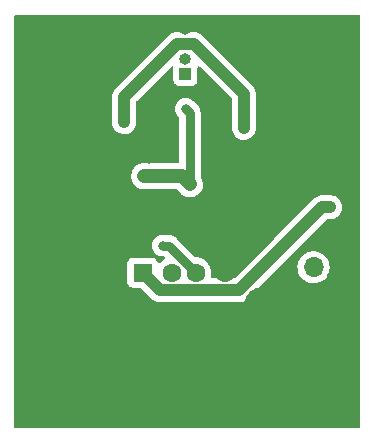
<source format=gbr>
%TF.GenerationSoftware,KiCad,Pcbnew,6.0.0*%
%TF.CreationDate,2022-03-07T01:42:12-06:00*%
%TF.ProjectId,test,74657374-2e6b-4696-9361-645f70636258,rev?*%
%TF.SameCoordinates,Original*%
%TF.FileFunction,Copper,L2,Bot*%
%TF.FilePolarity,Positive*%
%FSLAX46Y46*%
G04 Gerber Fmt 4.6, Leading zero omitted, Abs format (unit mm)*
G04 Created by KiCad (PCBNEW 6.0.0) date 2022-03-07 01:42:12*
%MOMM*%
%LPD*%
G01*
G04 APERTURE LIST*
%TA.AperFunction,ComponentPad*%
%ADD10C,4.400000*%
%TD*%
%TA.AperFunction,ComponentPad*%
%ADD11C,0.700000*%
%TD*%
%TA.AperFunction,ComponentPad*%
%ADD12R,1.000000X1.000000*%
%TD*%
%TA.AperFunction,ComponentPad*%
%ADD13O,1.000000X1.000000*%
%TD*%
%TA.AperFunction,ComponentPad*%
%ADD14R,1.700000X1.700000*%
%TD*%
%TA.AperFunction,ComponentPad*%
%ADD15O,1.700000X1.700000*%
%TD*%
%TA.AperFunction,ComponentPad*%
%ADD16R,1.600000X1.500000*%
%TD*%
%TA.AperFunction,ComponentPad*%
%ADD17C,1.600000*%
%TD*%
%TA.AperFunction,ComponentPad*%
%ADD18C,3.000000*%
%TD*%
%TA.AperFunction,ViaPad*%
%ADD19C,0.800000*%
%TD*%
%TA.AperFunction,Conductor*%
%ADD20C,1.000000*%
%TD*%
%TA.AperFunction,Conductor*%
%ADD21C,0.800000*%
%TD*%
%TA.AperFunction,Conductor*%
%ADD22C,1.200000*%
%TD*%
G04 APERTURE END LIST*
D10*
%TO.P,H3,1,1*%
%TO.N,GND*%
X109700000Y-81450000D03*
D11*
X111350000Y-81450000D03*
X110866726Y-82616726D03*
X109700000Y-83100000D03*
X108533274Y-82616726D03*
X108050000Y-81450000D03*
X108533274Y-80283274D03*
X109700000Y-79800000D03*
X110866726Y-80283274D03*
%TD*%
D10*
%TO.P,H2,1,1*%
%TO.N,GND*%
X110425000Y-66700000D03*
D11*
X112075000Y-66700000D03*
X111591726Y-67866726D03*
X110425000Y-68350000D03*
X109258274Y-67866726D03*
X108775000Y-66700000D03*
X109258274Y-65533274D03*
X110425000Y-65050000D03*
X111591726Y-65533274D03*
%TD*%
D10*
%TO.P,H1,1,1*%
%TO.N,GND*%
X132725000Y-66650000D03*
D11*
X134375000Y-66650000D03*
X133891726Y-67816726D03*
X132725000Y-68300000D03*
X131558274Y-67816726D03*
X131075000Y-66650000D03*
X131558274Y-65483274D03*
X132725000Y-65000000D03*
X133891726Y-65483274D03*
%TD*%
D12*
%TO.P,J7,1,Pin_1*%
%TO.N,I2C1_SCL*%
X121100000Y-68000000D03*
D13*
%TO.P,J7,2,Pin_2*%
%TO.N,I2C1_SDA*%
X121100000Y-66730000D03*
%TO.P,J7,3,Pin_3*%
%TO.N,+3V3*%
X121100000Y-65460000D03*
%TO.P,J7,4,Pin_4*%
%TO.N,GND*%
X121100000Y-64190000D03*
%TD*%
D14*
%TO.P,SW2,1,1*%
%TO.N,GND*%
X131950000Y-86925000D03*
D15*
%TO.P,SW2,2,2*%
%TO.N,Net-(U2-Pad9)*%
X131950000Y-84385000D03*
%TD*%
D16*
%TO.P,J4,1,VBUS*%
%TO.N,/USB_5V*%
X117475000Y-84840000D03*
D17*
%TO.P,J4,2,D-*%
%TO.N,Net-(J4-Pad2)*%
X119975000Y-84840000D03*
%TO.P,J4,3,D+*%
%TO.N,Net-(J4-Pad3)*%
X121975000Y-84840000D03*
%TO.P,J4,4,GND*%
%TO.N,GND*%
X124475000Y-84840000D03*
D18*
%TO.P,J4,5,Shield*%
X127545000Y-87550000D03*
X114405000Y-87550000D03*
%TD*%
D19*
%TO.N,/USB_3V3*%
X121475000Y-77350000D03*
%TO.N,/USB_5V*%
X133375000Y-79300000D03*
%TO.N,GND*%
X128050000Y-80100000D03*
%TO.N,Net-(J4-Pad3)*%
X119175000Y-82550000D03*
%TO.N,GND*%
X121875000Y-69600000D03*
X124100000Y-73575000D03*
%TO.N,/USB_3V3*%
X117625000Y-76651512D03*
%TO.N,+3V3*%
X126050000Y-72575000D03*
%TO.N,/USB_3V3*%
X121125000Y-70950000D03*
%TO.N,GND*%
X118450000Y-73525000D03*
X118050000Y-75250000D03*
X116025000Y-77675000D03*
X125650000Y-80325000D03*
%TO.N,+3V3*%
X115917893Y-72107107D03*
%TD*%
D20*
%TO.N,+3V3*%
X115917893Y-69935001D02*
X115917893Y-72107107D01*
%TO.N,/USB_5V*%
X117475000Y-84840000D02*
X118974511Y-86339511D01*
X118974511Y-86339511D02*
X125644910Y-86339511D01*
X125644910Y-86339511D02*
X132684421Y-79300000D01*
X132684421Y-79300000D02*
X133375000Y-79300000D01*
%TO.N,+3V3*%
X121100000Y-65460000D02*
X121807106Y-65460000D01*
X121807106Y-65460000D02*
X126050000Y-69702894D01*
X126050000Y-69702894D02*
X126050000Y-72575000D01*
X121100000Y-65460000D02*
X120392894Y-65460000D01*
X120392894Y-65460000D02*
X115917893Y-69935001D01*
D21*
%TO.N,Net-(J4-Pad3)*%
X119685000Y-82550000D02*
X121975000Y-84840000D01*
X119175000Y-82550000D02*
X119685000Y-82550000D01*
D22*
%TO.N,/USB_3V3*%
X120776512Y-76651512D02*
X117625000Y-76651512D01*
D21*
X121475000Y-77350000D02*
X121475000Y-71300000D01*
D22*
X121475000Y-77350000D02*
X120776512Y-76651512D01*
D21*
X121475000Y-71300000D02*
X121125000Y-70950000D01*
%TD*%
%TA.AperFunction,Conductor*%
%TO.N,GND*%
G36*
X135859121Y-63053002D02*
G01*
X135905614Y-63106658D01*
X135917000Y-63159000D01*
X135917000Y-97841000D01*
X135896998Y-97909121D01*
X135843342Y-97955614D01*
X135791000Y-97967000D01*
X106684000Y-97967000D01*
X106615879Y-97946998D01*
X106569386Y-97893342D01*
X106558000Y-97841000D01*
X106558000Y-85638134D01*
X116166500Y-85638134D01*
X116173255Y-85700316D01*
X116224385Y-85836705D01*
X116311739Y-85953261D01*
X116428295Y-86040615D01*
X116564684Y-86091745D01*
X116626866Y-86098500D01*
X117255074Y-86098500D01*
X117323195Y-86118502D01*
X117344169Y-86135404D01*
X118217660Y-87008894D01*
X118226762Y-87019038D01*
X118250479Y-87048536D01*
X118255207Y-87052503D01*
X118288932Y-87080802D01*
X118292580Y-87083983D01*
X118294392Y-87085626D01*
X118296586Y-87087820D01*
X118329860Y-87115153D01*
X118330658Y-87115815D01*
X118401985Y-87175665D01*
X118406655Y-87178233D01*
X118410772Y-87181614D01*
X118492631Y-87225506D01*
X118493791Y-87226135D01*
X118569900Y-87267977D01*
X118569905Y-87267979D01*
X118575298Y-87270944D01*
X118580376Y-87272555D01*
X118585074Y-87275074D01*
X118674009Y-87302264D01*
X118675213Y-87302639D01*
X118763817Y-87330746D01*
X118769108Y-87331339D01*
X118774209Y-87332899D01*
X118780341Y-87333522D01*
X118780347Y-87333523D01*
X118840849Y-87339668D01*
X118866774Y-87342301D01*
X118867961Y-87342427D01*
X118897349Y-87345724D01*
X118914241Y-87347619D01*
X118914246Y-87347619D01*
X118917738Y-87348011D01*
X118921263Y-87348011D01*
X118922248Y-87348066D01*
X118927943Y-87348514D01*
X118939853Y-87349724D01*
X118964845Y-87352263D01*
X118964850Y-87352263D01*
X118970973Y-87352885D01*
X119016622Y-87348570D01*
X119028479Y-87348011D01*
X125583067Y-87348011D01*
X125596674Y-87348748D01*
X125628172Y-87352170D01*
X125628177Y-87352170D01*
X125634298Y-87352835D01*
X125660548Y-87350538D01*
X125684298Y-87348461D01*
X125689124Y-87348132D01*
X125691596Y-87348011D01*
X125694679Y-87348011D01*
X125706648Y-87346837D01*
X125737416Y-87343821D01*
X125738729Y-87343699D01*
X125782994Y-87339826D01*
X125831323Y-87335598D01*
X125836442Y-87334111D01*
X125841743Y-87333591D01*
X125930744Y-87306720D01*
X125931877Y-87306385D01*
X126015324Y-87282141D01*
X126015328Y-87282139D01*
X126021246Y-87280420D01*
X126025978Y-87277967D01*
X126031079Y-87276427D01*
X126046972Y-87267977D01*
X126113170Y-87232780D01*
X126114336Y-87232168D01*
X126191363Y-87192240D01*
X126196836Y-87189403D01*
X126200999Y-87186080D01*
X126205706Y-87183577D01*
X126277828Y-87124756D01*
X126278684Y-87124065D01*
X126317883Y-87092773D01*
X126320387Y-87090269D01*
X126321105Y-87089627D01*
X126325438Y-87085926D01*
X126358972Y-87058576D01*
X126388198Y-87023248D01*
X126396187Y-87014469D01*
X129058961Y-84351695D01*
X130587251Y-84351695D01*
X130587548Y-84356848D01*
X130587548Y-84356851D01*
X130593011Y-84451590D01*
X130600110Y-84574715D01*
X130601247Y-84579761D01*
X130601248Y-84579767D01*
X130607295Y-84606598D01*
X130649222Y-84792639D01*
X130733266Y-84999616D01*
X130849987Y-85190088D01*
X130996250Y-85358938D01*
X131168126Y-85501632D01*
X131361000Y-85614338D01*
X131569692Y-85694030D01*
X131574760Y-85695061D01*
X131574763Y-85695062D01*
X131682017Y-85716883D01*
X131788597Y-85738567D01*
X131793772Y-85738757D01*
X131793774Y-85738757D01*
X132006673Y-85746564D01*
X132006677Y-85746564D01*
X132011837Y-85746753D01*
X132016957Y-85746097D01*
X132016959Y-85746097D01*
X132228288Y-85719025D01*
X132228289Y-85719025D01*
X132233416Y-85718368D01*
X132268924Y-85707715D01*
X132442429Y-85655661D01*
X132442434Y-85655659D01*
X132447384Y-85654174D01*
X132647994Y-85555896D01*
X132829860Y-85426173D01*
X132988096Y-85268489D01*
X133047594Y-85185689D01*
X133115435Y-85091277D01*
X133118453Y-85087077D01*
X133127839Y-85068087D01*
X133215136Y-84891453D01*
X133215137Y-84891451D01*
X133217430Y-84886811D01*
X133282370Y-84673069D01*
X133311529Y-84451590D01*
X133312886Y-84396067D01*
X133313074Y-84388365D01*
X133313074Y-84388361D01*
X133313156Y-84385000D01*
X133294852Y-84162361D01*
X133240431Y-83945702D01*
X133151354Y-83740840D01*
X133065441Y-83608039D01*
X133032822Y-83557617D01*
X133032820Y-83557614D01*
X133030014Y-83553277D01*
X132879670Y-83388051D01*
X132875619Y-83384852D01*
X132875615Y-83384848D01*
X132708414Y-83252800D01*
X132708410Y-83252798D01*
X132704359Y-83249598D01*
X132508789Y-83141638D01*
X132503920Y-83139914D01*
X132503916Y-83139912D01*
X132303087Y-83068795D01*
X132303083Y-83068794D01*
X132298212Y-83067069D01*
X132293119Y-83066162D01*
X132293116Y-83066161D01*
X132083373Y-83028800D01*
X132083367Y-83028799D01*
X132078284Y-83027894D01*
X132004452Y-83026992D01*
X131860081Y-83025228D01*
X131860079Y-83025228D01*
X131854911Y-83025165D01*
X131634091Y-83058955D01*
X131421756Y-83128357D01*
X131391443Y-83144137D01*
X131287601Y-83198194D01*
X131223607Y-83231507D01*
X131219474Y-83234610D01*
X131219471Y-83234612D01*
X131049100Y-83362530D01*
X131044965Y-83365635D01*
X130890629Y-83527138D01*
X130887715Y-83531410D01*
X130887714Y-83531411D01*
X130837997Y-83604293D01*
X130764743Y-83711680D01*
X130670688Y-83914305D01*
X130610989Y-84129570D01*
X130587251Y-84351695D01*
X129058961Y-84351695D01*
X133065250Y-80345405D01*
X133127562Y-80311379D01*
X133154345Y-80308500D01*
X133424769Y-80308500D01*
X133427825Y-80308200D01*
X133427832Y-80308200D01*
X133486340Y-80302463D01*
X133571833Y-80294080D01*
X133577734Y-80292298D01*
X133577736Y-80292298D01*
X133651053Y-80270162D01*
X133761169Y-80236916D01*
X133935796Y-80144066D01*
X134022062Y-80073709D01*
X134084287Y-80022960D01*
X134084290Y-80022957D01*
X134089062Y-80019065D01*
X134092991Y-80014316D01*
X134211201Y-79871425D01*
X134211203Y-79871421D01*
X134215130Y-79866675D01*
X134309198Y-79692701D01*
X134367682Y-79503768D01*
X134388355Y-79307075D01*
X134370430Y-79110112D01*
X134314590Y-78920381D01*
X134222960Y-78745110D01*
X134099032Y-78590975D01*
X134092727Y-78585684D01*
X134050062Y-78549884D01*
X133947526Y-78463846D01*
X133942128Y-78460879D01*
X133942123Y-78460875D01*
X133779608Y-78371533D01*
X133779609Y-78371533D01*
X133774213Y-78368567D01*
X133768346Y-78366706D01*
X133768344Y-78366705D01*
X133591564Y-78310627D01*
X133591563Y-78310627D01*
X133585694Y-78308765D01*
X133431773Y-78291500D01*
X132746264Y-78291500D01*
X132732657Y-78290763D01*
X132701159Y-78287341D01*
X132701154Y-78287341D01*
X132695033Y-78286676D01*
X132668783Y-78288973D01*
X132645033Y-78291050D01*
X132640207Y-78291379D01*
X132637735Y-78291500D01*
X132634652Y-78291500D01*
X132622683Y-78292674D01*
X132591915Y-78295690D01*
X132590602Y-78295812D01*
X132546337Y-78299685D01*
X132498008Y-78303913D01*
X132492889Y-78305400D01*
X132487588Y-78305920D01*
X132398587Y-78332791D01*
X132397454Y-78333126D01*
X132314007Y-78357370D01*
X132314003Y-78357372D01*
X132308085Y-78359091D01*
X132303353Y-78361544D01*
X132298252Y-78363084D01*
X132292809Y-78365978D01*
X132216161Y-78406731D01*
X132214995Y-78407343D01*
X132139025Y-78446723D01*
X132132495Y-78450108D01*
X132128332Y-78453431D01*
X132123625Y-78455934D01*
X132051503Y-78514755D01*
X132050647Y-78515446D01*
X132011448Y-78546738D01*
X132008944Y-78549242D01*
X132008226Y-78549884D01*
X132003893Y-78553585D01*
X131970359Y-78580935D01*
X131966432Y-78585682D01*
X131966430Y-78585684D01*
X131941134Y-78616262D01*
X131933144Y-78625042D01*
X128586052Y-81972135D01*
X125264081Y-85294106D01*
X125201769Y-85328132D01*
X125174986Y-85331011D01*
X123362299Y-85331011D01*
X123294178Y-85311009D01*
X123247685Y-85257353D01*
X123237581Y-85187079D01*
X123240592Y-85172399D01*
X123262329Y-85091277D01*
X123268543Y-85068087D01*
X123288498Y-84840000D01*
X123268543Y-84611913D01*
X123267119Y-84606598D01*
X123210707Y-84396067D01*
X123210706Y-84396065D01*
X123209284Y-84390757D01*
X123206961Y-84385775D01*
X123114849Y-84188238D01*
X123114846Y-84188233D01*
X123112523Y-84183251D01*
X123039098Y-84078389D01*
X122984357Y-84000211D01*
X122984355Y-84000208D01*
X122981198Y-83995700D01*
X122819300Y-83833802D01*
X122814792Y-83830645D01*
X122814789Y-83830643D01*
X122736611Y-83775902D01*
X122631749Y-83702477D01*
X122626767Y-83700154D01*
X122626762Y-83700151D01*
X122429225Y-83608039D01*
X122429224Y-83608039D01*
X122424243Y-83605716D01*
X122418935Y-83604294D01*
X122418933Y-83604293D01*
X122208402Y-83547881D01*
X122208400Y-83547881D01*
X122203087Y-83546457D01*
X122197611Y-83545978D01*
X122197606Y-83545977D01*
X122067904Y-83534630D01*
X121989249Y-83527749D01*
X121923131Y-83501886D01*
X121911136Y-83491323D01*
X120384981Y-81965168D01*
X120372140Y-81950135D01*
X120367746Y-81944087D01*
X120367745Y-81944086D01*
X120363866Y-81938747D01*
X120313041Y-81892984D01*
X120308256Y-81888443D01*
X120293741Y-81873928D01*
X120285503Y-81867257D01*
X120277784Y-81861006D01*
X120272769Y-81856722D01*
X120226855Y-81815381D01*
X120226850Y-81815377D01*
X120221944Y-81810960D01*
X120216228Y-81807660D01*
X120216224Y-81807657D01*
X120209763Y-81803927D01*
X120193466Y-81792727D01*
X120187660Y-81788025D01*
X120187658Y-81788024D01*
X120182530Y-81783871D01*
X120121577Y-81752814D01*
X120115782Y-81749667D01*
X120062279Y-81718777D01*
X120062278Y-81718776D01*
X120056556Y-81715473D01*
X120050274Y-81713432D01*
X120050272Y-81713431D01*
X120043174Y-81711125D01*
X120024907Y-81703559D01*
X120012370Y-81697171D01*
X119946299Y-81679467D01*
X119939997Y-81677600D01*
X119874928Y-81656458D01*
X119868363Y-81655768D01*
X119868354Y-81655766D01*
X119860925Y-81654985D01*
X119841491Y-81651383D01*
X119834286Y-81649453D01*
X119834284Y-81649453D01*
X119827903Y-81647743D01*
X119821312Y-81647398D01*
X119821308Y-81647397D01*
X119759616Y-81644164D01*
X119753042Y-81643647D01*
X119735884Y-81641844D01*
X119735882Y-81641844D01*
X119732610Y-81641500D01*
X119712074Y-81641500D01*
X119705480Y-81641327D01*
X119643782Y-81638093D01*
X119643777Y-81638093D01*
X119637190Y-81637748D01*
X119623292Y-81639949D01*
X119603583Y-81641500D01*
X119079513Y-81641500D01*
X119039136Y-81650082D01*
X119026128Y-81652143D01*
X119005690Y-81654291D01*
X118991635Y-81655768D01*
X118991633Y-81655768D01*
X118985072Y-81656458D01*
X118978798Y-81658497D01*
X118978791Y-81658498D01*
X118945817Y-81669212D01*
X118933080Y-81672625D01*
X118899169Y-81679833D01*
X118899165Y-81679834D01*
X118892712Y-81681206D01*
X118854994Y-81697999D01*
X118842698Y-81702718D01*
X118803444Y-81715473D01*
X118797723Y-81718776D01*
X118767710Y-81736104D01*
X118755959Y-81742092D01*
X118731875Y-81752815D01*
X118718248Y-81758882D01*
X118712909Y-81762761D01*
X118712904Y-81762764D01*
X118684851Y-81783146D01*
X118673798Y-81790325D01*
X118638056Y-81810960D01*
X118633147Y-81815380D01*
X118633143Y-81815383D01*
X118607386Y-81838575D01*
X118597143Y-81846871D01*
X118563747Y-81871134D01*
X118559333Y-81876036D01*
X118559331Y-81876038D01*
X118536129Y-81901806D01*
X118526806Y-81911129D01*
X118501038Y-81934331D01*
X118496134Y-81938747D01*
X118471871Y-81972143D01*
X118463575Y-81982386D01*
X118440383Y-82008143D01*
X118440380Y-82008147D01*
X118435960Y-82013056D01*
X118415325Y-82048798D01*
X118408146Y-82059851D01*
X118387764Y-82087904D01*
X118387761Y-82087909D01*
X118383882Y-82093248D01*
X118381199Y-82099275D01*
X118381198Y-82099276D01*
X118367092Y-82130959D01*
X118361105Y-82142708D01*
X118340473Y-82178444D01*
X118338432Y-82184727D01*
X118338431Y-82184728D01*
X118327719Y-82217696D01*
X118322999Y-82229994D01*
X118306206Y-82267712D01*
X118304834Y-82274165D01*
X118304833Y-82274169D01*
X118297625Y-82308080D01*
X118294212Y-82320817D01*
X118283498Y-82353791D01*
X118283497Y-82353798D01*
X118281458Y-82360072D01*
X118280768Y-82366633D01*
X118280768Y-82366635D01*
X118277144Y-82401122D01*
X118275082Y-82414136D01*
X118266500Y-82454513D01*
X118266500Y-82495784D01*
X118265810Y-82508955D01*
X118261496Y-82550000D01*
X118262186Y-82556565D01*
X118265810Y-82591045D01*
X118266500Y-82604216D01*
X118266500Y-82645487D01*
X118275082Y-82685864D01*
X118277143Y-82698872D01*
X118281458Y-82739928D01*
X118283497Y-82746202D01*
X118283498Y-82746209D01*
X118294212Y-82779183D01*
X118297625Y-82791920D01*
X118306206Y-82832288D01*
X118322999Y-82870006D01*
X118327718Y-82882302D01*
X118340473Y-82921556D01*
X118343776Y-82927277D01*
X118361104Y-82957290D01*
X118367091Y-82969039D01*
X118383882Y-83006752D01*
X118387761Y-83012091D01*
X118387764Y-83012096D01*
X118408146Y-83040149D01*
X118415325Y-83051202D01*
X118435960Y-83086944D01*
X118440380Y-83091853D01*
X118440383Y-83091857D01*
X118463575Y-83117614D01*
X118471871Y-83127857D01*
X118496134Y-83161253D01*
X118501036Y-83165667D01*
X118501038Y-83165669D01*
X118526806Y-83188871D01*
X118536129Y-83198194D01*
X118563747Y-83228866D01*
X118597143Y-83253129D01*
X118607386Y-83261425D01*
X118633143Y-83284617D01*
X118633147Y-83284620D01*
X118638056Y-83289040D01*
X118673798Y-83309675D01*
X118684851Y-83316854D01*
X118712904Y-83337236D01*
X118712909Y-83337239D01*
X118718248Y-83341118D01*
X118724275Y-83343801D01*
X118724276Y-83343802D01*
X118755959Y-83357908D01*
X118767708Y-83363895D01*
X118803444Y-83384527D01*
X118809727Y-83386568D01*
X118809728Y-83386569D01*
X118842696Y-83397281D01*
X118854994Y-83402001D01*
X118892712Y-83418794D01*
X118899165Y-83420166D01*
X118899169Y-83420167D01*
X118933080Y-83427375D01*
X118945817Y-83430788D01*
X118978791Y-83441502D01*
X118978798Y-83441503D01*
X118985072Y-83443542D01*
X118991633Y-83444232D01*
X118991635Y-83444232D01*
X119005690Y-83445709D01*
X119026128Y-83447857D01*
X119039136Y-83449918D01*
X119079513Y-83458500D01*
X119256497Y-83458500D01*
X119324618Y-83478502D01*
X119345592Y-83495405D01*
X119351103Y-83500916D01*
X119385129Y-83563228D01*
X119380064Y-83634043D01*
X119337517Y-83690879D01*
X119325004Y-83699132D01*
X119323239Y-83700151D01*
X119318251Y-83702477D01*
X119313753Y-83705627D01*
X119313747Y-83705630D01*
X119135211Y-83830643D01*
X119135208Y-83830645D01*
X119130700Y-83833802D01*
X118971860Y-83992642D01*
X118909548Y-84026668D01*
X118838733Y-84021603D01*
X118781897Y-83979056D01*
X118764783Y-83947776D01*
X118728768Y-83851705D01*
X118728767Y-83851703D01*
X118725615Y-83843295D01*
X118638261Y-83726739D01*
X118521705Y-83639385D01*
X118385316Y-83588255D01*
X118323134Y-83581500D01*
X116626866Y-83581500D01*
X116564684Y-83588255D01*
X116428295Y-83639385D01*
X116311739Y-83726739D01*
X116224385Y-83843295D01*
X116173255Y-83979684D01*
X116166500Y-84041866D01*
X116166500Y-85638134D01*
X106558000Y-85638134D01*
X106558000Y-76597116D01*
X116512787Y-76597116D01*
X116522567Y-76808411D01*
X116572125Y-77014046D01*
X116659674Y-77206599D01*
X116782054Y-77379123D01*
X116934850Y-77525393D01*
X117112548Y-77640132D01*
X117118114Y-77642375D01*
X117303168Y-77716954D01*
X117303171Y-77716955D01*
X117308737Y-77719198D01*
X117516337Y-77759740D01*
X117521899Y-77760012D01*
X120265167Y-77760012D01*
X120333288Y-77780014D01*
X120354262Y-77796917D01*
X120728540Y-78171195D01*
X120730845Y-78173099D01*
X120730850Y-78173103D01*
X120820389Y-78247045D01*
X120850705Y-78272080D01*
X121036329Y-78373496D01*
X121171524Y-78416772D01*
X121232076Y-78436155D01*
X121232078Y-78436155D01*
X121237781Y-78437981D01*
X121315116Y-78447271D01*
X121441846Y-78462495D01*
X121441850Y-78462495D01*
X121447793Y-78463209D01*
X121453769Y-78462786D01*
X121453772Y-78462786D01*
X121652805Y-78448694D01*
X121652809Y-78448693D01*
X121658788Y-78448270D01*
X121704161Y-78436155D01*
X121857357Y-78395250D01*
X121857359Y-78395249D01*
X121863150Y-78393703D01*
X121868545Y-78391089D01*
X121868548Y-78391088D01*
X122048106Y-78304093D01*
X122048108Y-78304092D01*
X122053507Y-78301476D01*
X122061169Y-78295755D01*
X122218185Y-78178504D01*
X122222989Y-78174917D01*
X122365482Y-78018593D01*
X122475845Y-77838145D01*
X122550094Y-77640083D01*
X122559728Y-77583426D01*
X122584545Y-77437472D01*
X122584545Y-77437469D01*
X122585551Y-77431554D01*
X122580937Y-77220082D01*
X122536418Y-77013298D01*
X122453600Y-76818664D01*
X122404980Y-76746445D01*
X122383500Y-76676079D01*
X122383500Y-71381417D01*
X122385051Y-71361707D01*
X122386220Y-71354327D01*
X122386220Y-71354326D01*
X122387252Y-71347810D01*
X122383673Y-71279520D01*
X122383500Y-71272926D01*
X122383500Y-71252390D01*
X122383156Y-71249116D01*
X122381353Y-71231958D01*
X122380836Y-71225384D01*
X122377603Y-71163696D01*
X122377603Y-71163694D01*
X122377257Y-71157097D01*
X122373615Y-71143504D01*
X122370014Y-71124075D01*
X122369232Y-71116639D01*
X122368542Y-71110072D01*
X122365038Y-71099286D01*
X122347409Y-71045031D01*
X122345535Y-71038706D01*
X122329538Y-70979003D01*
X122329537Y-70979000D01*
X122327830Y-70972630D01*
X122321438Y-70960085D01*
X122313874Y-70941823D01*
X122311568Y-70934726D01*
X122309527Y-70928444D01*
X122275336Y-70869223D01*
X122272188Y-70863426D01*
X122244126Y-70808351D01*
X122244124Y-70808348D01*
X122241129Y-70802470D01*
X122232273Y-70791533D01*
X122221073Y-70775237D01*
X122217343Y-70768776D01*
X122217340Y-70768772D01*
X122214040Y-70763056D01*
X122209623Y-70758150D01*
X122209619Y-70758145D01*
X122168278Y-70712231D01*
X122163994Y-70707216D01*
X122153148Y-70693823D01*
X122151072Y-70691259D01*
X122136557Y-70676744D01*
X122132016Y-70671959D01*
X122090673Y-70626043D01*
X122086253Y-70621134D01*
X122074865Y-70612860D01*
X122059832Y-70600019D01*
X121786557Y-70326744D01*
X121782016Y-70321959D01*
X121740675Y-70276045D01*
X121740673Y-70276043D01*
X121736253Y-70271134D01*
X121680919Y-70230931D01*
X121675691Y-70226919D01*
X121627667Y-70188030D01*
X121627662Y-70188027D01*
X121622530Y-70183871D01*
X121609993Y-70177483D01*
X121593136Y-70167153D01*
X121587093Y-70162762D01*
X121587090Y-70162760D01*
X121581752Y-70158882D01*
X121575724Y-70156198D01*
X121575722Y-70156197D01*
X121519249Y-70131054D01*
X121513296Y-70128214D01*
X121458253Y-70100168D01*
X121458249Y-70100166D01*
X121452370Y-70097171D01*
X121445992Y-70095462D01*
X121438779Y-70093529D01*
X121420147Y-70086931D01*
X121413319Y-70083891D01*
X121413317Y-70083890D01*
X121407288Y-70081206D01*
X121349152Y-70068848D01*
X121340390Y-70066986D01*
X121333978Y-70065447D01*
X121274280Y-70049451D01*
X121274274Y-70049450D01*
X121267903Y-70047743D01*
X121261313Y-70047398D01*
X121261309Y-70047397D01*
X121253857Y-70047007D01*
X121234252Y-70044426D01*
X121220487Y-70041500D01*
X121152074Y-70041500D01*
X121145480Y-70041327D01*
X121083782Y-70038093D01*
X121083777Y-70038093D01*
X121077190Y-70037748D01*
X121063292Y-70039949D01*
X121043583Y-70041500D01*
X121029513Y-70041500D01*
X120962586Y-70055726D01*
X120956135Y-70056922D01*
X120888568Y-70067623D01*
X120875432Y-70072666D01*
X120856473Y-70078281D01*
X120849170Y-70079833D01*
X120849166Y-70079834D01*
X120842712Y-70081206D01*
X120780206Y-70109035D01*
X120774133Y-70111550D01*
X120716443Y-70133695D01*
X120716439Y-70133697D01*
X120710278Y-70136062D01*
X120698480Y-70143724D01*
X120681106Y-70153157D01*
X120674282Y-70156195D01*
X120674278Y-70156197D01*
X120668248Y-70158882D01*
X120662908Y-70162762D01*
X120612910Y-70199087D01*
X120607475Y-70202822D01*
X120555653Y-70236476D01*
X120550113Y-70240074D01*
X120540168Y-70250019D01*
X120525135Y-70262860D01*
X120513747Y-70271134D01*
X120509327Y-70276043D01*
X120467984Y-70321959D01*
X120463443Y-70326744D01*
X120415074Y-70375113D01*
X120411478Y-70380651D01*
X120411476Y-70380653D01*
X120407408Y-70386917D01*
X120395372Y-70402603D01*
X120385960Y-70413056D01*
X120382657Y-70418777D01*
X120351767Y-70472280D01*
X120348321Y-70477904D01*
X120311062Y-70535278D01*
X120308696Y-70541443D01*
X120308693Y-70541448D01*
X120306019Y-70548414D01*
X120297507Y-70566261D01*
X120290473Y-70578444D01*
X120288434Y-70584720D01*
X120269336Y-70643497D01*
X120267139Y-70649701D01*
X120242623Y-70713568D01*
X120241590Y-70720090D01*
X120241589Y-70720094D01*
X120240421Y-70727466D01*
X120235806Y-70746689D01*
X120233498Y-70753793D01*
X120231458Y-70760072D01*
X120226384Y-70808351D01*
X120224308Y-70828100D01*
X120223450Y-70834617D01*
X120212748Y-70902190D01*
X120213093Y-70908778D01*
X120213093Y-70908782D01*
X120213484Y-70916241D01*
X120212967Y-70935999D01*
X120211496Y-70950000D01*
X120212186Y-70956565D01*
X120212186Y-70956566D01*
X120218647Y-71018041D01*
X120219164Y-71024616D01*
X120219903Y-71038706D01*
X120222743Y-71092903D01*
X120224453Y-71099284D01*
X120224453Y-71099286D01*
X120226383Y-71106491D01*
X120229985Y-71125925D01*
X120230766Y-71133354D01*
X120230768Y-71133363D01*
X120231458Y-71139928D01*
X120252600Y-71204997D01*
X120254467Y-71211299D01*
X120272171Y-71277370D01*
X120278559Y-71289907D01*
X120286125Y-71308173D01*
X120290473Y-71321556D01*
X120293776Y-71327278D01*
X120293777Y-71327279D01*
X120324667Y-71380782D01*
X120327814Y-71386577D01*
X120358871Y-71447530D01*
X120363024Y-71452658D01*
X120363025Y-71452660D01*
X120367727Y-71458466D01*
X120378927Y-71474763D01*
X120382657Y-71481224D01*
X120382660Y-71481228D01*
X120385960Y-71486944D01*
X120390377Y-71491850D01*
X120390381Y-71491855D01*
X120431722Y-71537769D01*
X120436006Y-71542784D01*
X120448928Y-71558741D01*
X120463443Y-71573256D01*
X120467984Y-71578041D01*
X120513747Y-71628866D01*
X120519087Y-71632746D01*
X120523999Y-71637169D01*
X120522116Y-71639260D01*
X120557910Y-71685668D01*
X120566500Y-71731394D01*
X120566500Y-75417012D01*
X120546498Y-75485133D01*
X120492842Y-75531626D01*
X120440500Y-75543012D01*
X117572154Y-75543012D01*
X117414434Y-75558060D01*
X117211466Y-75617604D01*
X117206139Y-75620348D01*
X117206138Y-75620348D01*
X117028751Y-75711708D01*
X117028748Y-75711710D01*
X117023420Y-75714454D01*
X116857080Y-75845116D01*
X116853148Y-75849647D01*
X116853145Y-75849650D01*
X116734554Y-75986314D01*
X116718448Y-76004875D01*
X116715448Y-76010061D01*
X116715445Y-76010065D01*
X116621661Y-76172177D01*
X116612527Y-76187966D01*
X116543139Y-76387783D01*
X116512787Y-76597116D01*
X106558000Y-76597116D01*
X106558000Y-69931463D01*
X114904519Y-69931463D01*
X114905099Y-69937594D01*
X114908834Y-69977110D01*
X114909393Y-69988968D01*
X114909393Y-72156876D01*
X114909693Y-72159932D01*
X114909693Y-72159939D01*
X114910423Y-72167380D01*
X114923813Y-72303940D01*
X114980977Y-72493276D01*
X115073827Y-72667903D01*
X115144184Y-72754169D01*
X115194933Y-72816394D01*
X115194936Y-72816397D01*
X115198828Y-72821169D01*
X115203575Y-72825096D01*
X115203577Y-72825098D01*
X115346468Y-72943308D01*
X115346472Y-72943310D01*
X115351218Y-72947237D01*
X115525192Y-73041305D01*
X115714125Y-73099789D01*
X115720250Y-73100433D01*
X115720251Y-73100433D01*
X115904689Y-73119818D01*
X115904691Y-73119818D01*
X115910818Y-73120462D01*
X115993317Y-73112954D01*
X116101642Y-73103096D01*
X116101645Y-73103095D01*
X116107781Y-73102537D01*
X116113687Y-73100799D01*
X116113691Y-73100798D01*
X116218817Y-73069858D01*
X116297512Y-73046697D01*
X116302970Y-73043844D01*
X116302974Y-73043842D01*
X116393746Y-72996387D01*
X116472783Y-72955067D01*
X116626918Y-72831139D01*
X116754047Y-72679633D01*
X116757014Y-72674235D01*
X116757018Y-72674230D01*
X116846360Y-72511715D01*
X116849326Y-72506320D01*
X116851739Y-72498715D01*
X116907266Y-72323671D01*
X116907266Y-72323670D01*
X116909128Y-72317801D01*
X116926393Y-72163880D01*
X116926393Y-70404926D01*
X116946395Y-70336805D01*
X116963298Y-70315831D01*
X119876405Y-67402724D01*
X119938717Y-67368698D01*
X120009532Y-67373763D01*
X120066368Y-67416310D01*
X120091179Y-67482830D01*
X120091500Y-67491819D01*
X120091500Y-68548134D01*
X120098255Y-68610316D01*
X120149385Y-68746705D01*
X120236739Y-68863261D01*
X120353295Y-68950615D01*
X120489684Y-69001745D01*
X120551866Y-69008500D01*
X121648134Y-69008500D01*
X121710316Y-69001745D01*
X121846705Y-68950615D01*
X121963261Y-68863261D01*
X122050615Y-68746705D01*
X122101745Y-68610316D01*
X122108500Y-68548134D01*
X122108500Y-67491819D01*
X122128502Y-67423698D01*
X122182158Y-67377205D01*
X122252432Y-67367101D01*
X122317012Y-67396595D01*
X122323595Y-67402724D01*
X125004595Y-70083723D01*
X125038621Y-70146035D01*
X125041500Y-70172818D01*
X125041500Y-72624769D01*
X125041800Y-72627825D01*
X125041800Y-72627832D01*
X125042530Y-72635273D01*
X125055920Y-72771833D01*
X125113084Y-72961169D01*
X125205934Y-73135796D01*
X125276291Y-73222062D01*
X125327040Y-73284287D01*
X125327043Y-73284290D01*
X125330935Y-73289062D01*
X125335682Y-73292989D01*
X125335684Y-73292991D01*
X125478575Y-73411201D01*
X125478579Y-73411203D01*
X125483325Y-73415130D01*
X125657299Y-73509198D01*
X125846232Y-73567682D01*
X125852357Y-73568326D01*
X125852358Y-73568326D01*
X126036796Y-73587711D01*
X126036798Y-73587711D01*
X126042925Y-73588355D01*
X126125424Y-73580847D01*
X126233749Y-73570989D01*
X126233752Y-73570988D01*
X126239888Y-73570430D01*
X126245794Y-73568692D01*
X126245798Y-73568691D01*
X126350924Y-73537751D01*
X126429619Y-73514590D01*
X126435077Y-73511737D01*
X126435081Y-73511735D01*
X126525853Y-73464280D01*
X126604890Y-73422960D01*
X126759025Y-73299032D01*
X126886154Y-73147526D01*
X126889121Y-73142128D01*
X126889125Y-73142123D01*
X126978467Y-72979608D01*
X126981433Y-72974213D01*
X126983846Y-72966608D01*
X127039373Y-72791564D01*
X127039373Y-72791563D01*
X127041235Y-72785694D01*
X127058500Y-72631773D01*
X127058500Y-69764736D01*
X127059237Y-69751129D01*
X127062659Y-69719631D01*
X127062659Y-69719626D01*
X127063324Y-69713505D01*
X127058950Y-69663503D01*
X127058621Y-69658678D01*
X127058500Y-69656207D01*
X127058500Y-69653125D01*
X127054309Y-69610383D01*
X127054187Y-69609068D01*
X127048631Y-69545564D01*
X127046087Y-69516481D01*
X127044600Y-69511362D01*
X127044080Y-69506061D01*
X127017218Y-69417088D01*
X127016862Y-69415888D01*
X126990909Y-69326557D01*
X126988455Y-69321823D01*
X126986916Y-69316725D01*
X126973102Y-69290744D01*
X126943316Y-69234725D01*
X126942702Y-69233557D01*
X126902726Y-69156435D01*
X126902725Y-69156434D01*
X126899892Y-69150968D01*
X126896569Y-69146805D01*
X126894066Y-69142098D01*
X126835245Y-69069976D01*
X126834554Y-69069120D01*
X126803262Y-69029921D01*
X126800758Y-69027417D01*
X126800116Y-69026699D01*
X126796415Y-69022366D01*
X126769065Y-68988832D01*
X126733737Y-68959606D01*
X126724958Y-68951617D01*
X122563961Y-64790621D01*
X122554859Y-64780478D01*
X122535003Y-64755782D01*
X122531138Y-64750975D01*
X122492684Y-64718708D01*
X122489037Y-64715528D01*
X122487225Y-64713885D01*
X122485031Y-64711691D01*
X122451757Y-64684358D01*
X122450959Y-64683696D01*
X122379632Y-64623846D01*
X122374962Y-64621278D01*
X122370845Y-64617897D01*
X122289020Y-64574023D01*
X122287861Y-64573394D01*
X122211725Y-64531538D01*
X122211717Y-64531535D01*
X122206319Y-64528567D01*
X122201237Y-64526955D01*
X122196543Y-64524438D01*
X122107575Y-64497238D01*
X122106547Y-64496918D01*
X122017800Y-64468765D01*
X122012504Y-64468171D01*
X122007408Y-64466613D01*
X121914849Y-64457210D01*
X121913713Y-64457089D01*
X121880098Y-64453319D01*
X121867376Y-64451892D01*
X121867372Y-64451892D01*
X121863879Y-64451500D01*
X121860352Y-64451500D01*
X121859367Y-64451445D01*
X121853687Y-64450998D01*
X121824281Y-64448011D01*
X121816769Y-64447248D01*
X121816767Y-64447248D01*
X121810644Y-64446626D01*
X121768365Y-64450623D01*
X121764997Y-64450941D01*
X121753139Y-64451500D01*
X121159873Y-64451500D01*
X121146703Y-64450810D01*
X121113204Y-64447289D01*
X121113202Y-64447289D01*
X121107075Y-64446645D01*
X121059430Y-64450981D01*
X121048010Y-64451500D01*
X120454736Y-64451500D01*
X120441129Y-64450763D01*
X120409631Y-64447341D01*
X120409626Y-64447341D01*
X120403505Y-64446676D01*
X120385505Y-64448251D01*
X120353503Y-64451050D01*
X120348678Y-64451379D01*
X120346207Y-64451500D01*
X120343125Y-64451500D01*
X120320657Y-64453703D01*
X120300383Y-64455691D01*
X120299068Y-64455813D01*
X120266807Y-64458636D01*
X120206481Y-64463913D01*
X120201362Y-64465400D01*
X120196061Y-64465920D01*
X120107060Y-64492791D01*
X120105927Y-64493126D01*
X120022480Y-64517370D01*
X120022476Y-64517372D01*
X120016558Y-64519091D01*
X120011826Y-64521544D01*
X120006725Y-64523084D01*
X120001282Y-64525978D01*
X119924634Y-64566731D01*
X119923468Y-64567343D01*
X119846441Y-64607271D01*
X119840968Y-64610108D01*
X119836805Y-64613431D01*
X119832098Y-64615934D01*
X119759976Y-64674755D01*
X119759120Y-64675446D01*
X119719921Y-64706738D01*
X119717417Y-64709242D01*
X119716699Y-64709884D01*
X119712366Y-64713585D01*
X119678832Y-64740935D01*
X119674905Y-64745682D01*
X119674903Y-64745684D01*
X119649607Y-64776262D01*
X119641617Y-64785042D01*
X115248514Y-69178146D01*
X115238371Y-69187248D01*
X115208868Y-69210969D01*
X115204901Y-69215697D01*
X115176602Y-69249422D01*
X115173421Y-69253070D01*
X115171778Y-69254882D01*
X115169584Y-69257076D01*
X115142251Y-69290350D01*
X115141589Y-69291148D01*
X115081739Y-69362475D01*
X115079171Y-69367145D01*
X115075790Y-69371262D01*
X115051862Y-69415888D01*
X115031916Y-69453087D01*
X115031287Y-69454246D01*
X114989431Y-69530382D01*
X114989428Y-69530390D01*
X114986460Y-69535788D01*
X114984848Y-69540870D01*
X114982331Y-69545564D01*
X114955131Y-69634532D01*
X114954811Y-69635560D01*
X114926658Y-69724307D01*
X114926064Y-69729603D01*
X114924506Y-69734699D01*
X114923883Y-69740835D01*
X114915111Y-69827188D01*
X114914982Y-69828394D01*
X114909393Y-69878228D01*
X114909393Y-69881755D01*
X114909338Y-69882740D01*
X114908891Y-69888420D01*
X114904519Y-69931463D01*
X106558000Y-69931463D01*
X106558000Y-63159000D01*
X106578002Y-63090879D01*
X106631658Y-63044386D01*
X106684000Y-63033000D01*
X135791000Y-63033000D01*
X135859121Y-63053002D01*
G37*
%TD.AperFunction*%
%TD*%
M02*

</source>
